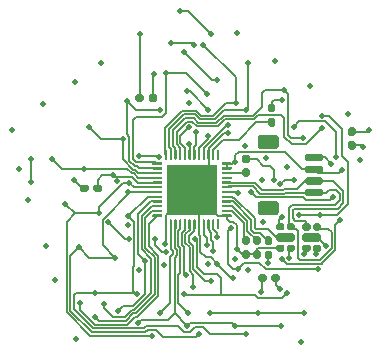
<source format=gbr>
%TF.GenerationSoftware,KiCad,Pcbnew,(5.1.9-0-10_14)*%
%TF.CreationDate,2021-12-14T09:11:42-05:00*%
%TF.ProjectId,dodecahedron_n4,646f6465-6361-4686-9564-726f6e5f6e34,rev?*%
%TF.SameCoordinates,Original*%
%TF.FileFunction,Copper,L4,Bot*%
%TF.FilePolarity,Positive*%
%FSLAX46Y46*%
G04 Gerber Fmt 4.6, Leading zero omitted, Abs format (unit mm)*
G04 Created by KiCad (PCBNEW (5.1.9-0-10_14)) date 2021-12-14 09:11:42*
%MOMM*%
%LPD*%
G01*
G04 APERTURE LIST*
%TA.AperFunction,SMDPad,CuDef*%
%ADD10R,4.200000X4.200000*%
%TD*%
%TA.AperFunction,ViaPad*%
%ADD11C,0.508000*%
%TD*%
%TA.AperFunction,Conductor*%
%ADD12C,0.152400*%
%TD*%
G04 APERTURE END LIST*
%TO.P,U5,5*%
%TO.N,ADDR2*%
%TA.AperFunction,SMDPad,CuDef*%
G36*
G01*
X91198800Y-55215200D02*
X91198800Y-54865200D01*
G75*
G02*
X91373800Y-54690200I175000J0D01*
G01*
X92623800Y-54690200D01*
G75*
G02*
X92798800Y-54865200I0J-175000D01*
G01*
X92798800Y-55215200D01*
G75*
G02*
X92623800Y-55390200I-175000J0D01*
G01*
X91373800Y-55390200D01*
G75*
G02*
X91198800Y-55215200I0J175000D01*
G01*
G37*
%TD.AperFunction*%
%TO.P,U5,4*%
%TO.N,SCL*%
%TA.AperFunction,SMDPad,CuDef*%
G36*
G01*
X92098800Y-54290200D02*
X92098800Y-53990200D01*
G75*
G02*
X92248800Y-53840200I150000J0D01*
G01*
X92648800Y-53840200D01*
G75*
G02*
X92798800Y-53990200I0J-150000D01*
G01*
X92798800Y-54290200D01*
G75*
G02*
X92648800Y-54440200I-150000J0D01*
G01*
X92248800Y-54440200D01*
G75*
G02*
X92098800Y-54290200I0J150000D01*
G01*
G37*
%TD.AperFunction*%
%TO.P,U5,3*%
%TO.N,SDA*%
%TA.AperFunction,SMDPad,CuDef*%
G36*
G01*
X91198800Y-54290200D02*
X91198800Y-53990200D01*
G75*
G02*
X91348800Y-53840200I150000J0D01*
G01*
X91748800Y-53840200D01*
G75*
G02*
X91898800Y-53990200I0J-150000D01*
G01*
X91898800Y-54290200D01*
G75*
G02*
X91748800Y-54440200I-150000J0D01*
G01*
X91348800Y-54440200D01*
G75*
G02*
X91198800Y-54290200I0J150000D01*
G01*
G37*
%TD.AperFunction*%
%TO.P,U5,2*%
%TO.N,VCC*%
%TA.AperFunction,SMDPad,CuDef*%
G36*
G01*
X92098800Y-56090200D02*
X92098800Y-55790200D01*
G75*
G02*
X92248800Y-55640200I150000J0D01*
G01*
X92648800Y-55640200D01*
G75*
G02*
X92798800Y-55790200I0J-150000D01*
G01*
X92798800Y-56090200D01*
G75*
G02*
X92648800Y-56240200I-150000J0D01*
G01*
X92248800Y-56240200D01*
G75*
G02*
X92098800Y-56090200I0J150000D01*
G01*
G37*
%TD.AperFunction*%
%TO.P,U5,1*%
%TO.N,GND*%
%TA.AperFunction,SMDPad,CuDef*%
G36*
G01*
X91198800Y-56090200D02*
X91198800Y-55790200D01*
G75*
G02*
X91348800Y-55640200I150000J0D01*
G01*
X91748800Y-55640200D01*
G75*
G02*
X91898800Y-55790200I0J-150000D01*
G01*
X91898800Y-56090200D01*
G75*
G02*
X91748800Y-56240200I-150000J0D01*
G01*
X91348800Y-56240200D01*
G75*
G02*
X91198800Y-56090200I0J150000D01*
G01*
G37*
%TD.AperFunction*%
%TD*%
%TO.P,R2,2*%
%TO.N,Net-(R2-Pad2)*%
%TA.AperFunction,SMDPad,CuDef*%
G36*
G01*
X90711000Y-55665400D02*
X90391000Y-55665400D01*
G75*
G02*
X90231000Y-55505400I0J160000D01*
G01*
X90231000Y-55110400D01*
G75*
G02*
X90391000Y-54950400I160000J0D01*
G01*
X90711000Y-54950400D01*
G75*
G02*
X90871000Y-55110400I0J-160000D01*
G01*
X90871000Y-55505400D01*
G75*
G02*
X90711000Y-55665400I-160000J0D01*
G01*
G37*
%TD.AperFunction*%
%TO.P,R2,1*%
%TO.N,VCC*%
%TA.AperFunction,SMDPad,CuDef*%
G36*
G01*
X90711000Y-56860400D02*
X90391000Y-56860400D01*
G75*
G02*
X90231000Y-56700400I0J160000D01*
G01*
X90231000Y-56305400D01*
G75*
G02*
X90391000Y-56145400I160000J0D01*
G01*
X90711000Y-56145400D01*
G75*
G02*
X90871000Y-56305400I0J-160000D01*
G01*
X90871000Y-56700400D01*
G75*
G02*
X90711000Y-56860400I-160000J0D01*
G01*
G37*
%TD.AperFunction*%
%TD*%
%TO.P,U4,5*%
%TO.N,ADDR1*%
%TA.AperFunction,SMDPad,CuDef*%
G36*
G01*
X93408600Y-55227900D02*
X93408600Y-54877900D01*
G75*
G02*
X93583600Y-54702900I175000J0D01*
G01*
X94833600Y-54702900D01*
G75*
G02*
X95008600Y-54877900I0J-175000D01*
G01*
X95008600Y-55227900D01*
G75*
G02*
X94833600Y-55402900I-175000J0D01*
G01*
X93583600Y-55402900D01*
G75*
G02*
X93408600Y-55227900I0J175000D01*
G01*
G37*
%TD.AperFunction*%
%TO.P,U4,4*%
%TO.N,SCL*%
%TA.AperFunction,SMDPad,CuDef*%
G36*
G01*
X94308600Y-54302900D02*
X94308600Y-54002900D01*
G75*
G02*
X94458600Y-53852900I150000J0D01*
G01*
X94858600Y-53852900D01*
G75*
G02*
X95008600Y-54002900I0J-150000D01*
G01*
X95008600Y-54302900D01*
G75*
G02*
X94858600Y-54452900I-150000J0D01*
G01*
X94458600Y-54452900D01*
G75*
G02*
X94308600Y-54302900I0J150000D01*
G01*
G37*
%TD.AperFunction*%
%TO.P,U4,3*%
%TO.N,SDA*%
%TA.AperFunction,SMDPad,CuDef*%
G36*
G01*
X93408600Y-54302900D02*
X93408600Y-54002900D01*
G75*
G02*
X93558600Y-53852900I150000J0D01*
G01*
X93958600Y-53852900D01*
G75*
G02*
X94108600Y-54002900I0J-150000D01*
G01*
X94108600Y-54302900D01*
G75*
G02*
X93958600Y-54452900I-150000J0D01*
G01*
X93558600Y-54452900D01*
G75*
G02*
X93408600Y-54302900I0J150000D01*
G01*
G37*
%TD.AperFunction*%
%TO.P,U4,2*%
%TO.N,VCC*%
%TA.AperFunction,SMDPad,CuDef*%
G36*
G01*
X94308600Y-56102900D02*
X94308600Y-55802900D01*
G75*
G02*
X94458600Y-55652900I150000J0D01*
G01*
X94858600Y-55652900D01*
G75*
G02*
X95008600Y-55802900I0J-150000D01*
G01*
X95008600Y-56102900D01*
G75*
G02*
X94858600Y-56252900I-150000J0D01*
G01*
X94458600Y-56252900D01*
G75*
G02*
X94308600Y-56102900I0J150000D01*
G01*
G37*
%TD.AperFunction*%
%TO.P,U4,1*%
%TO.N,GND*%
%TA.AperFunction,SMDPad,CuDef*%
G36*
G01*
X93408600Y-56102900D02*
X93408600Y-55802900D01*
G75*
G02*
X93558600Y-55652900I150000J0D01*
G01*
X93958600Y-55652900D01*
G75*
G02*
X94108600Y-55802900I0J-150000D01*
G01*
X94108600Y-56102900D01*
G75*
G02*
X93958600Y-56252900I-150000J0D01*
G01*
X93558600Y-56252900D01*
G75*
G02*
X93408600Y-56102900I0J150000D01*
G01*
G37*
%TD.AperFunction*%
%TD*%
D10*
%TO.P,U1,49*%
%TO.N,GND*%
X84074000Y-50990500D03*
%TO.P,U1,48*%
%TA.AperFunction,SMDPad,CuDef*%
G36*
G01*
X87399000Y-53290500D02*
X86649000Y-53290500D01*
G75*
G02*
X86599000Y-53240500I0J50000D01*
G01*
X86599000Y-53140500D01*
G75*
G02*
X86649000Y-53090500I50000J0D01*
G01*
X87399000Y-53090500D01*
G75*
G02*
X87449000Y-53140500I0J-50000D01*
G01*
X87449000Y-53240500D01*
G75*
G02*
X87399000Y-53290500I-50000J0D01*
G01*
G37*
%TD.AperFunction*%
%TO.P,U1,47*%
%TO.N,Net-(R4-Pad2)*%
%TA.AperFunction,SMDPad,CuDef*%
G36*
G01*
X87399000Y-52890500D02*
X86649000Y-52890500D01*
G75*
G02*
X86599000Y-52840500I0J50000D01*
G01*
X86599000Y-52740500D01*
G75*
G02*
X86649000Y-52690500I50000J0D01*
G01*
X87399000Y-52690500D01*
G75*
G02*
X87449000Y-52740500I0J-50000D01*
G01*
X87449000Y-52840500D01*
G75*
G02*
X87399000Y-52890500I-50000J0D01*
G01*
G37*
%TD.AperFunction*%
%TO.P,U1,46*%
%TO.N,Net-(R5-Pad2)*%
%TA.AperFunction,SMDPad,CuDef*%
G36*
G01*
X87399000Y-52490500D02*
X86649000Y-52490500D01*
G75*
G02*
X86599000Y-52440500I0J50000D01*
G01*
X86599000Y-52340500D01*
G75*
G02*
X86649000Y-52290500I50000J0D01*
G01*
X87399000Y-52290500D01*
G75*
G02*
X87449000Y-52340500I0J-50000D01*
G01*
X87449000Y-52440500D01*
G75*
G02*
X87399000Y-52490500I-50000J0D01*
G01*
G37*
%TD.AperFunction*%
%TO.P,U1,45*%
%TO.N,Net-(R2-Pad2)*%
%TA.AperFunction,SMDPad,CuDef*%
G36*
G01*
X87399000Y-52090500D02*
X86649000Y-52090500D01*
G75*
G02*
X86599000Y-52040500I0J50000D01*
G01*
X86599000Y-51940500D01*
G75*
G02*
X86649000Y-51890500I50000J0D01*
G01*
X87399000Y-51890500D01*
G75*
G02*
X87449000Y-51940500I0J-50000D01*
G01*
X87449000Y-52040500D01*
G75*
G02*
X87399000Y-52090500I-50000J0D01*
G01*
G37*
%TD.AperFunction*%
%TO.P,U1,44*%
%TO.N,ADDR2*%
%TA.AperFunction,SMDPad,CuDef*%
G36*
G01*
X87399000Y-51690500D02*
X86649000Y-51690500D01*
G75*
G02*
X86599000Y-51640500I0J50000D01*
G01*
X86599000Y-51540500D01*
G75*
G02*
X86649000Y-51490500I50000J0D01*
G01*
X87399000Y-51490500D01*
G75*
G02*
X87449000Y-51540500I0J-50000D01*
G01*
X87449000Y-51640500D01*
G75*
G02*
X87399000Y-51690500I-50000J0D01*
G01*
G37*
%TD.AperFunction*%
%TO.P,U1,43*%
%TO.N,ADDR1*%
%TA.AperFunction,SMDPad,CuDef*%
G36*
G01*
X87399000Y-51290500D02*
X86649000Y-51290500D01*
G75*
G02*
X86599000Y-51240500I0J50000D01*
G01*
X86599000Y-51140500D01*
G75*
G02*
X86649000Y-51090500I50000J0D01*
G01*
X87399000Y-51090500D01*
G75*
G02*
X87449000Y-51140500I0J-50000D01*
G01*
X87449000Y-51240500D01*
G75*
G02*
X87399000Y-51290500I-50000J0D01*
G01*
G37*
%TD.AperFunction*%
%TO.P,U1,42*%
%TO.N,SCL*%
%TA.AperFunction,SMDPad,CuDef*%
G36*
G01*
X87399000Y-50890500D02*
X86649000Y-50890500D01*
G75*
G02*
X86599000Y-50840500I0J50000D01*
G01*
X86599000Y-50740500D01*
G75*
G02*
X86649000Y-50690500I50000J0D01*
G01*
X87399000Y-50690500D01*
G75*
G02*
X87449000Y-50740500I0J-50000D01*
G01*
X87449000Y-50840500D01*
G75*
G02*
X87399000Y-50890500I-50000J0D01*
G01*
G37*
%TD.AperFunction*%
%TO.P,U1,41*%
%TO.N,SDA*%
%TA.AperFunction,SMDPad,CuDef*%
G36*
G01*
X87399000Y-50490500D02*
X86649000Y-50490500D01*
G75*
G02*
X86599000Y-50440500I0J50000D01*
G01*
X86599000Y-50340500D01*
G75*
G02*
X86649000Y-50290500I50000J0D01*
G01*
X87399000Y-50290500D01*
G75*
G02*
X87449000Y-50340500I0J-50000D01*
G01*
X87449000Y-50440500D01*
G75*
G02*
X87399000Y-50490500I-50000J0D01*
G01*
G37*
%TD.AperFunction*%
%TO.P,U1,40*%
%TO.N,Net-(U1-Pad40)*%
%TA.AperFunction,SMDPad,CuDef*%
G36*
G01*
X87399000Y-50090500D02*
X86649000Y-50090500D01*
G75*
G02*
X86599000Y-50040500I0J50000D01*
G01*
X86599000Y-49940500D01*
G75*
G02*
X86649000Y-49890500I50000J0D01*
G01*
X87399000Y-49890500D01*
G75*
G02*
X87449000Y-49940500I0J-50000D01*
G01*
X87449000Y-50040500D01*
G75*
G02*
X87399000Y-50090500I-50000J0D01*
G01*
G37*
%TD.AperFunction*%
%TO.P,U1,39*%
%TO.N,Net-(C1-Pad2)*%
%TA.AperFunction,SMDPad,CuDef*%
G36*
G01*
X87399000Y-49690500D02*
X86649000Y-49690500D01*
G75*
G02*
X86599000Y-49640500I0J50000D01*
G01*
X86599000Y-49540500D01*
G75*
G02*
X86649000Y-49490500I50000J0D01*
G01*
X87399000Y-49490500D01*
G75*
G02*
X87449000Y-49540500I0J-50000D01*
G01*
X87449000Y-49640500D01*
G75*
G02*
X87399000Y-49690500I-50000J0D01*
G01*
G37*
%TD.AperFunction*%
%TO.P,U1,38*%
%TO.N,VCC*%
%TA.AperFunction,SMDPad,CuDef*%
G36*
G01*
X87399000Y-49290500D02*
X86649000Y-49290500D01*
G75*
G02*
X86599000Y-49240500I0J50000D01*
G01*
X86599000Y-49140500D01*
G75*
G02*
X86649000Y-49090500I50000J0D01*
G01*
X87399000Y-49090500D01*
G75*
G02*
X87449000Y-49140500I0J-50000D01*
G01*
X87449000Y-49240500D01*
G75*
G02*
X87399000Y-49290500I-50000J0D01*
G01*
G37*
%TD.AperFunction*%
%TO.P,U1,37*%
%TA.AperFunction,SMDPad,CuDef*%
G36*
G01*
X87399000Y-48890500D02*
X86649000Y-48890500D01*
G75*
G02*
X86599000Y-48840500I0J50000D01*
G01*
X86599000Y-48740500D01*
G75*
G02*
X86649000Y-48690500I50000J0D01*
G01*
X87399000Y-48690500D01*
G75*
G02*
X87449000Y-48740500I0J-50000D01*
G01*
X87449000Y-48840500D01*
G75*
G02*
X87399000Y-48890500I-50000J0D01*
G01*
G37*
%TD.AperFunction*%
%TO.P,U1,36*%
%TO.N,Net-(U1-Pad36)*%
%TA.AperFunction,SMDPad,CuDef*%
G36*
G01*
X86324000Y-48465500D02*
X86224000Y-48465500D01*
G75*
G02*
X86174000Y-48415500I0J50000D01*
G01*
X86174000Y-47665500D01*
G75*
G02*
X86224000Y-47615500I50000J0D01*
G01*
X86324000Y-47615500D01*
G75*
G02*
X86374000Y-47665500I0J-50000D01*
G01*
X86374000Y-48415500D01*
G75*
G02*
X86324000Y-48465500I-50000J0D01*
G01*
G37*
%TD.AperFunction*%
%TO.P,U1,35*%
%TO.N,Net-(R1-Pad2)*%
%TA.AperFunction,SMDPad,CuDef*%
G36*
G01*
X85924000Y-48465500D02*
X85824000Y-48465500D01*
G75*
G02*
X85774000Y-48415500I0J50000D01*
G01*
X85774000Y-47665500D01*
G75*
G02*
X85824000Y-47615500I50000J0D01*
G01*
X85924000Y-47615500D01*
G75*
G02*
X85974000Y-47665500I0J-50000D01*
G01*
X85974000Y-48415500D01*
G75*
G02*
X85924000Y-48465500I-50000J0D01*
G01*
G37*
%TD.AperFunction*%
%TO.P,U1,34*%
%TO.N,GND*%
%TA.AperFunction,SMDPad,CuDef*%
G36*
G01*
X85524000Y-48465500D02*
X85424000Y-48465500D01*
G75*
G02*
X85374000Y-48415500I0J50000D01*
G01*
X85374000Y-47665500D01*
G75*
G02*
X85424000Y-47615500I50000J0D01*
G01*
X85524000Y-47615500D01*
G75*
G02*
X85574000Y-47665500I0J-50000D01*
G01*
X85574000Y-48415500D01*
G75*
G02*
X85524000Y-48465500I-50000J0D01*
G01*
G37*
%TD.AperFunction*%
%TO.P,U1,33*%
%TO.N,/CS16*%
%TA.AperFunction,SMDPad,CuDef*%
G36*
G01*
X85124000Y-48465500D02*
X85024000Y-48465500D01*
G75*
G02*
X84974000Y-48415500I0J50000D01*
G01*
X84974000Y-47665500D01*
G75*
G02*
X85024000Y-47615500I50000J0D01*
G01*
X85124000Y-47615500D01*
G75*
G02*
X85174000Y-47665500I0J-50000D01*
G01*
X85174000Y-48415500D01*
G75*
G02*
X85124000Y-48465500I-50000J0D01*
G01*
G37*
%TD.AperFunction*%
%TO.P,U1,32*%
%TO.N,/CS15*%
%TA.AperFunction,SMDPad,CuDef*%
G36*
G01*
X84724000Y-48465500D02*
X84624000Y-48465500D01*
G75*
G02*
X84574000Y-48415500I0J50000D01*
G01*
X84574000Y-47665500D01*
G75*
G02*
X84624000Y-47615500I50000J0D01*
G01*
X84724000Y-47615500D01*
G75*
G02*
X84774000Y-47665500I0J-50000D01*
G01*
X84774000Y-48415500D01*
G75*
G02*
X84724000Y-48465500I-50000J0D01*
G01*
G37*
%TD.AperFunction*%
%TO.P,U1,31*%
%TO.N,/CS14*%
%TA.AperFunction,SMDPad,CuDef*%
G36*
G01*
X84324000Y-48465500D02*
X84224000Y-48465500D01*
G75*
G02*
X84174000Y-48415500I0J50000D01*
G01*
X84174000Y-47665500D01*
G75*
G02*
X84224000Y-47615500I50000J0D01*
G01*
X84324000Y-47615500D01*
G75*
G02*
X84374000Y-47665500I0J-50000D01*
G01*
X84374000Y-48415500D01*
G75*
G02*
X84324000Y-48465500I-50000J0D01*
G01*
G37*
%TD.AperFunction*%
%TO.P,U1,30*%
%TO.N,/CS13*%
%TA.AperFunction,SMDPad,CuDef*%
G36*
G01*
X83924000Y-48465500D02*
X83824000Y-48465500D01*
G75*
G02*
X83774000Y-48415500I0J50000D01*
G01*
X83774000Y-47665500D01*
G75*
G02*
X83824000Y-47615500I50000J0D01*
G01*
X83924000Y-47615500D01*
G75*
G02*
X83974000Y-47665500I0J-50000D01*
G01*
X83974000Y-48415500D01*
G75*
G02*
X83924000Y-48465500I-50000J0D01*
G01*
G37*
%TD.AperFunction*%
%TO.P,U1,29*%
%TO.N,VCC*%
%TA.AperFunction,SMDPad,CuDef*%
G36*
G01*
X83524000Y-48465500D02*
X83424000Y-48465500D01*
G75*
G02*
X83374000Y-48415500I0J50000D01*
G01*
X83374000Y-47665500D01*
G75*
G02*
X83424000Y-47615500I50000J0D01*
G01*
X83524000Y-47615500D01*
G75*
G02*
X83574000Y-47665500I0J-50000D01*
G01*
X83574000Y-48415500D01*
G75*
G02*
X83524000Y-48465500I-50000J0D01*
G01*
G37*
%TD.AperFunction*%
%TO.P,U1,28*%
%TO.N,/CS12*%
%TA.AperFunction,SMDPad,CuDef*%
G36*
G01*
X83124000Y-48465500D02*
X83024000Y-48465500D01*
G75*
G02*
X82974000Y-48415500I0J50000D01*
G01*
X82974000Y-47665500D01*
G75*
G02*
X83024000Y-47615500I50000J0D01*
G01*
X83124000Y-47615500D01*
G75*
G02*
X83174000Y-47665500I0J-50000D01*
G01*
X83174000Y-48415500D01*
G75*
G02*
X83124000Y-48465500I-50000J0D01*
G01*
G37*
%TD.AperFunction*%
%TO.P,U1,27*%
%TO.N,/CS11*%
%TA.AperFunction,SMDPad,CuDef*%
G36*
G01*
X82724000Y-48465500D02*
X82624000Y-48465500D01*
G75*
G02*
X82574000Y-48415500I0J50000D01*
G01*
X82574000Y-47665500D01*
G75*
G02*
X82624000Y-47615500I50000J0D01*
G01*
X82724000Y-47615500D01*
G75*
G02*
X82774000Y-47665500I0J-50000D01*
G01*
X82774000Y-48415500D01*
G75*
G02*
X82724000Y-48465500I-50000J0D01*
G01*
G37*
%TD.AperFunction*%
%TO.P,U1,26*%
%TO.N,/CS10*%
%TA.AperFunction,SMDPad,CuDef*%
G36*
G01*
X82324000Y-48465500D02*
X82224000Y-48465500D01*
G75*
G02*
X82174000Y-48415500I0J50000D01*
G01*
X82174000Y-47665500D01*
G75*
G02*
X82224000Y-47615500I50000J0D01*
G01*
X82324000Y-47615500D01*
G75*
G02*
X82374000Y-47665500I0J-50000D01*
G01*
X82374000Y-48415500D01*
G75*
G02*
X82324000Y-48465500I-50000J0D01*
G01*
G37*
%TD.AperFunction*%
%TO.P,U1,25*%
%TO.N,/CS9*%
%TA.AperFunction,SMDPad,CuDef*%
G36*
G01*
X81924000Y-48465500D02*
X81824000Y-48465500D01*
G75*
G02*
X81774000Y-48415500I0J50000D01*
G01*
X81774000Y-47665500D01*
G75*
G02*
X81824000Y-47615500I50000J0D01*
G01*
X81924000Y-47615500D01*
G75*
G02*
X81974000Y-47665500I0J-50000D01*
G01*
X81974000Y-48415500D01*
G75*
G02*
X81924000Y-48465500I-50000J0D01*
G01*
G37*
%TD.AperFunction*%
%TO.P,U1,24*%
%TO.N,/CS8*%
%TA.AperFunction,SMDPad,CuDef*%
G36*
G01*
X81499000Y-48890500D02*
X80749000Y-48890500D01*
G75*
G02*
X80699000Y-48840500I0J50000D01*
G01*
X80699000Y-48740500D01*
G75*
G02*
X80749000Y-48690500I50000J0D01*
G01*
X81499000Y-48690500D01*
G75*
G02*
X81549000Y-48740500I0J-50000D01*
G01*
X81549000Y-48840500D01*
G75*
G02*
X81499000Y-48890500I-50000J0D01*
G01*
G37*
%TD.AperFunction*%
%TO.P,U1,23*%
%TO.N,/CS7*%
%TA.AperFunction,SMDPad,CuDef*%
G36*
G01*
X81499000Y-49290500D02*
X80749000Y-49290500D01*
G75*
G02*
X80699000Y-49240500I0J50000D01*
G01*
X80699000Y-49140500D01*
G75*
G02*
X80749000Y-49090500I50000J0D01*
G01*
X81499000Y-49090500D01*
G75*
G02*
X81549000Y-49140500I0J-50000D01*
G01*
X81549000Y-49240500D01*
G75*
G02*
X81499000Y-49290500I-50000J0D01*
G01*
G37*
%TD.AperFunction*%
%TO.P,U1,22*%
%TO.N,/CS6*%
%TA.AperFunction,SMDPad,CuDef*%
G36*
G01*
X81499000Y-49690500D02*
X80749000Y-49690500D01*
G75*
G02*
X80699000Y-49640500I0J50000D01*
G01*
X80699000Y-49540500D01*
G75*
G02*
X80749000Y-49490500I50000J0D01*
G01*
X81499000Y-49490500D01*
G75*
G02*
X81549000Y-49540500I0J-50000D01*
G01*
X81549000Y-49640500D01*
G75*
G02*
X81499000Y-49690500I-50000J0D01*
G01*
G37*
%TD.AperFunction*%
%TO.P,U1,21*%
%TO.N,/CS5*%
%TA.AperFunction,SMDPad,CuDef*%
G36*
G01*
X81499000Y-50090500D02*
X80749000Y-50090500D01*
G75*
G02*
X80699000Y-50040500I0J50000D01*
G01*
X80699000Y-49940500D01*
G75*
G02*
X80749000Y-49890500I50000J0D01*
G01*
X81499000Y-49890500D01*
G75*
G02*
X81549000Y-49940500I0J-50000D01*
G01*
X81549000Y-50040500D01*
G75*
G02*
X81499000Y-50090500I-50000J0D01*
G01*
G37*
%TD.AperFunction*%
%TO.P,U1,20*%
%TO.N,VCC*%
%TA.AperFunction,SMDPad,CuDef*%
G36*
G01*
X81499000Y-50490500D02*
X80749000Y-50490500D01*
G75*
G02*
X80699000Y-50440500I0J50000D01*
G01*
X80699000Y-50340500D01*
G75*
G02*
X80749000Y-50290500I50000J0D01*
G01*
X81499000Y-50290500D01*
G75*
G02*
X81549000Y-50340500I0J-50000D01*
G01*
X81549000Y-50440500D01*
G75*
G02*
X81499000Y-50490500I-50000J0D01*
G01*
G37*
%TD.AperFunction*%
%TO.P,U1,19*%
%TO.N,/CS4*%
%TA.AperFunction,SMDPad,CuDef*%
G36*
G01*
X81499000Y-50890500D02*
X80749000Y-50890500D01*
G75*
G02*
X80699000Y-50840500I0J50000D01*
G01*
X80699000Y-50740500D01*
G75*
G02*
X80749000Y-50690500I50000J0D01*
G01*
X81499000Y-50690500D01*
G75*
G02*
X81549000Y-50740500I0J-50000D01*
G01*
X81549000Y-50840500D01*
G75*
G02*
X81499000Y-50890500I-50000J0D01*
G01*
G37*
%TD.AperFunction*%
%TO.P,U1,18*%
%TO.N,/CS3*%
%TA.AperFunction,SMDPad,CuDef*%
G36*
G01*
X81499000Y-51290500D02*
X80749000Y-51290500D01*
G75*
G02*
X80699000Y-51240500I0J50000D01*
G01*
X80699000Y-51140500D01*
G75*
G02*
X80749000Y-51090500I50000J0D01*
G01*
X81499000Y-51090500D01*
G75*
G02*
X81549000Y-51140500I0J-50000D01*
G01*
X81549000Y-51240500D01*
G75*
G02*
X81499000Y-51290500I-50000J0D01*
G01*
G37*
%TD.AperFunction*%
%TO.P,U1,17*%
%TO.N,/CS2*%
%TA.AperFunction,SMDPad,CuDef*%
G36*
G01*
X81499000Y-51690500D02*
X80749000Y-51690500D01*
G75*
G02*
X80699000Y-51640500I0J50000D01*
G01*
X80699000Y-51540500D01*
G75*
G02*
X80749000Y-51490500I50000J0D01*
G01*
X81499000Y-51490500D01*
G75*
G02*
X81549000Y-51540500I0J-50000D01*
G01*
X81549000Y-51640500D01*
G75*
G02*
X81499000Y-51690500I-50000J0D01*
G01*
G37*
%TD.AperFunction*%
%TO.P,U1,16*%
%TO.N,/CS1*%
%TA.AperFunction,SMDPad,CuDef*%
G36*
G01*
X81499000Y-52090500D02*
X80749000Y-52090500D01*
G75*
G02*
X80699000Y-52040500I0J50000D01*
G01*
X80699000Y-51940500D01*
G75*
G02*
X80749000Y-51890500I50000J0D01*
G01*
X81499000Y-51890500D01*
G75*
G02*
X81549000Y-51940500I0J-50000D01*
G01*
X81549000Y-52040500D01*
G75*
G02*
X81499000Y-52090500I-50000J0D01*
G01*
G37*
%TD.AperFunction*%
%TO.P,U1,15*%
%TO.N,SW12*%
%TA.AperFunction,SMDPad,CuDef*%
G36*
G01*
X81499000Y-52490500D02*
X80749000Y-52490500D01*
G75*
G02*
X80699000Y-52440500I0J50000D01*
G01*
X80699000Y-52340500D01*
G75*
G02*
X80749000Y-52290500I50000J0D01*
G01*
X81499000Y-52290500D01*
G75*
G02*
X81549000Y-52340500I0J-50000D01*
G01*
X81549000Y-52440500D01*
G75*
G02*
X81499000Y-52490500I-50000J0D01*
G01*
G37*
%TD.AperFunction*%
%TO.P,U1,14*%
%TO.N,SW11*%
%TA.AperFunction,SMDPad,CuDef*%
G36*
G01*
X81499000Y-52890500D02*
X80749000Y-52890500D01*
G75*
G02*
X80699000Y-52840500I0J50000D01*
G01*
X80699000Y-52740500D01*
G75*
G02*
X80749000Y-52690500I50000J0D01*
G01*
X81499000Y-52690500D01*
G75*
G02*
X81549000Y-52740500I0J-50000D01*
G01*
X81549000Y-52840500D01*
G75*
G02*
X81499000Y-52890500I-50000J0D01*
G01*
G37*
%TD.AperFunction*%
%TO.P,U1,13*%
%TO.N,SW10*%
%TA.AperFunction,SMDPad,CuDef*%
G36*
G01*
X81499000Y-53290500D02*
X80749000Y-53290500D01*
G75*
G02*
X80699000Y-53240500I0J50000D01*
G01*
X80699000Y-53140500D01*
G75*
G02*
X80749000Y-53090500I50000J0D01*
G01*
X81499000Y-53090500D01*
G75*
G02*
X81549000Y-53140500I0J-50000D01*
G01*
X81549000Y-53240500D01*
G75*
G02*
X81499000Y-53290500I-50000J0D01*
G01*
G37*
%TD.AperFunction*%
%TO.P,U1,12*%
%TO.N,GND*%
%TA.AperFunction,SMDPad,CuDef*%
G36*
G01*
X81924000Y-54365500D02*
X81824000Y-54365500D01*
G75*
G02*
X81774000Y-54315500I0J50000D01*
G01*
X81774000Y-53565500D01*
G75*
G02*
X81824000Y-53515500I50000J0D01*
G01*
X81924000Y-53515500D01*
G75*
G02*
X81974000Y-53565500I0J-50000D01*
G01*
X81974000Y-54315500D01*
G75*
G02*
X81924000Y-54365500I-50000J0D01*
G01*
G37*
%TD.AperFunction*%
%TO.P,U1,11*%
%TO.N,SW9*%
%TA.AperFunction,SMDPad,CuDef*%
G36*
G01*
X82324000Y-54365500D02*
X82224000Y-54365500D01*
G75*
G02*
X82174000Y-54315500I0J50000D01*
G01*
X82174000Y-53565500D01*
G75*
G02*
X82224000Y-53515500I50000J0D01*
G01*
X82324000Y-53515500D01*
G75*
G02*
X82374000Y-53565500I0J-50000D01*
G01*
X82374000Y-54315500D01*
G75*
G02*
X82324000Y-54365500I-50000J0D01*
G01*
G37*
%TD.AperFunction*%
%TO.P,U1,10*%
%TO.N,SW8*%
%TA.AperFunction,SMDPad,CuDef*%
G36*
G01*
X82724000Y-54365500D02*
X82624000Y-54365500D01*
G75*
G02*
X82574000Y-54315500I0J50000D01*
G01*
X82574000Y-53565500D01*
G75*
G02*
X82624000Y-53515500I50000J0D01*
G01*
X82724000Y-53515500D01*
G75*
G02*
X82774000Y-53565500I0J-50000D01*
G01*
X82774000Y-54315500D01*
G75*
G02*
X82724000Y-54365500I-50000J0D01*
G01*
G37*
%TD.AperFunction*%
%TO.P,U1,9*%
%TO.N,SW7*%
%TA.AperFunction,SMDPad,CuDef*%
G36*
G01*
X83124000Y-54365500D02*
X83024000Y-54365500D01*
G75*
G02*
X82974000Y-54315500I0J50000D01*
G01*
X82974000Y-53565500D01*
G75*
G02*
X83024000Y-53515500I50000J0D01*
G01*
X83124000Y-53515500D01*
G75*
G02*
X83174000Y-53565500I0J-50000D01*
G01*
X83174000Y-54315500D01*
G75*
G02*
X83124000Y-54365500I-50000J0D01*
G01*
G37*
%TD.AperFunction*%
%TO.P,U1,8*%
%TO.N,SW6*%
%TA.AperFunction,SMDPad,CuDef*%
G36*
G01*
X83524000Y-54365500D02*
X83424000Y-54365500D01*
G75*
G02*
X83374000Y-54315500I0J50000D01*
G01*
X83374000Y-53565500D01*
G75*
G02*
X83424000Y-53515500I50000J0D01*
G01*
X83524000Y-53515500D01*
G75*
G02*
X83574000Y-53565500I0J-50000D01*
G01*
X83574000Y-54315500D01*
G75*
G02*
X83524000Y-54365500I-50000J0D01*
G01*
G37*
%TD.AperFunction*%
%TO.P,U1,7*%
%TO.N,SW5*%
%TA.AperFunction,SMDPad,CuDef*%
G36*
G01*
X83924000Y-54365500D02*
X83824000Y-54365500D01*
G75*
G02*
X83774000Y-54315500I0J50000D01*
G01*
X83774000Y-53565500D01*
G75*
G02*
X83824000Y-53515500I50000J0D01*
G01*
X83924000Y-53515500D01*
G75*
G02*
X83974000Y-53565500I0J-50000D01*
G01*
X83974000Y-54315500D01*
G75*
G02*
X83924000Y-54365500I-50000J0D01*
G01*
G37*
%TD.AperFunction*%
%TO.P,U1,6*%
%TO.N,SW4*%
%TA.AperFunction,SMDPad,CuDef*%
G36*
G01*
X84324000Y-54365500D02*
X84224000Y-54365500D01*
G75*
G02*
X84174000Y-54315500I0J50000D01*
G01*
X84174000Y-53565500D01*
G75*
G02*
X84224000Y-53515500I50000J0D01*
G01*
X84324000Y-53515500D01*
G75*
G02*
X84374000Y-53565500I0J-50000D01*
G01*
X84374000Y-54315500D01*
G75*
G02*
X84324000Y-54365500I-50000J0D01*
G01*
G37*
%TD.AperFunction*%
%TO.P,U1,5*%
%TO.N,GND*%
%TA.AperFunction,SMDPad,CuDef*%
G36*
G01*
X84724000Y-54365500D02*
X84624000Y-54365500D01*
G75*
G02*
X84574000Y-54315500I0J50000D01*
G01*
X84574000Y-53565500D01*
G75*
G02*
X84624000Y-53515500I50000J0D01*
G01*
X84724000Y-53515500D01*
G75*
G02*
X84774000Y-53565500I0J-50000D01*
G01*
X84774000Y-54315500D01*
G75*
G02*
X84724000Y-54365500I-50000J0D01*
G01*
G37*
%TD.AperFunction*%
%TO.P,U1,4*%
%TO.N,SW3*%
%TA.AperFunction,SMDPad,CuDef*%
G36*
G01*
X85124000Y-54365500D02*
X85024000Y-54365500D01*
G75*
G02*
X84974000Y-54315500I0J50000D01*
G01*
X84974000Y-53565500D01*
G75*
G02*
X85024000Y-53515500I50000J0D01*
G01*
X85124000Y-53515500D01*
G75*
G02*
X85174000Y-53565500I0J-50000D01*
G01*
X85174000Y-54315500D01*
G75*
G02*
X85124000Y-54365500I-50000J0D01*
G01*
G37*
%TD.AperFunction*%
%TO.P,U1,3*%
%TO.N,SW2*%
%TA.AperFunction,SMDPad,CuDef*%
G36*
G01*
X85524000Y-54365500D02*
X85424000Y-54365500D01*
G75*
G02*
X85374000Y-54315500I0J50000D01*
G01*
X85374000Y-53565500D01*
G75*
G02*
X85424000Y-53515500I50000J0D01*
G01*
X85524000Y-53515500D01*
G75*
G02*
X85574000Y-53565500I0J-50000D01*
G01*
X85574000Y-54315500D01*
G75*
G02*
X85524000Y-54365500I-50000J0D01*
G01*
G37*
%TD.AperFunction*%
%TO.P,U1,2*%
%TO.N,SW1*%
%TA.AperFunction,SMDPad,CuDef*%
G36*
G01*
X85924000Y-54365500D02*
X85824000Y-54365500D01*
G75*
G02*
X85774000Y-54315500I0J50000D01*
G01*
X85774000Y-53565500D01*
G75*
G02*
X85824000Y-53515500I50000J0D01*
G01*
X85924000Y-53515500D01*
G75*
G02*
X85974000Y-53565500I0J-50000D01*
G01*
X85974000Y-54315500D01*
G75*
G02*
X85924000Y-54365500I-50000J0D01*
G01*
G37*
%TD.AperFunction*%
%TO.P,U1,1*%
%TO.N,Net-(U1-Pad1)*%
%TA.AperFunction,SMDPad,CuDef*%
G36*
G01*
X86324000Y-54365500D02*
X86224000Y-54365500D01*
G75*
G02*
X86174000Y-54315500I0J50000D01*
G01*
X86174000Y-53565500D01*
G75*
G02*
X86224000Y-53515500I50000J0D01*
G01*
X86324000Y-53515500D01*
G75*
G02*
X86374000Y-53565500I0J-50000D01*
G01*
X86374000Y-54315500D01*
G75*
G02*
X86324000Y-54365500I-50000J0D01*
G01*
G37*
%TD.AperFunction*%
%TD*%
%TO.P,R5,2*%
%TO.N,Net-(R5-Pad2)*%
%TA.AperFunction,SMDPad,CuDef*%
G36*
G01*
X89745800Y-55640000D02*
X89425800Y-55640000D01*
G75*
G02*
X89265800Y-55480000I0J160000D01*
G01*
X89265800Y-55085000D01*
G75*
G02*
X89425800Y-54925000I160000J0D01*
G01*
X89745800Y-54925000D01*
G75*
G02*
X89905800Y-55085000I0J-160000D01*
G01*
X89905800Y-55480000D01*
G75*
G02*
X89745800Y-55640000I-160000J0D01*
G01*
G37*
%TD.AperFunction*%
%TO.P,R5,1*%
%TO.N,GND*%
%TA.AperFunction,SMDPad,CuDef*%
G36*
G01*
X89745800Y-56835000D02*
X89425800Y-56835000D01*
G75*
G02*
X89265800Y-56675000I0J160000D01*
G01*
X89265800Y-56280000D01*
G75*
G02*
X89425800Y-56120000I160000J0D01*
G01*
X89745800Y-56120000D01*
G75*
G02*
X89905800Y-56280000I0J-160000D01*
G01*
X89905800Y-56675000D01*
G75*
G02*
X89745800Y-56835000I-160000J0D01*
G01*
G37*
%TD.AperFunction*%
%TD*%
%TO.P,R4,2*%
%TO.N,Net-(R4-Pad2)*%
%TA.AperFunction,SMDPad,CuDef*%
G36*
G01*
X88793300Y-55640000D02*
X88473300Y-55640000D01*
G75*
G02*
X88313300Y-55480000I0J160000D01*
G01*
X88313300Y-55085000D01*
G75*
G02*
X88473300Y-54925000I160000J0D01*
G01*
X88793300Y-54925000D01*
G75*
G02*
X88953300Y-55085000I0J-160000D01*
G01*
X88953300Y-55480000D01*
G75*
G02*
X88793300Y-55640000I-160000J0D01*
G01*
G37*
%TD.AperFunction*%
%TO.P,R4,1*%
%TO.N,GND*%
%TA.AperFunction,SMDPad,CuDef*%
G36*
G01*
X88793300Y-56835000D02*
X88473300Y-56835000D01*
G75*
G02*
X88313300Y-56675000I0J160000D01*
G01*
X88313300Y-56280000D01*
G75*
G02*
X88473300Y-56120000I160000J0D01*
G01*
X88793300Y-56120000D01*
G75*
G02*
X88953300Y-56280000I0J-160000D01*
G01*
X88953300Y-56675000D01*
G75*
G02*
X88793300Y-56835000I-160000J0D01*
G01*
G37*
%TD.AperFunction*%
%TD*%
%TO.P,R1,2*%
%TO.N,Net-(R1-Pad2)*%
%TA.AperFunction,SMDPad,CuDef*%
G36*
G01*
X90657700Y-44931300D02*
X90977700Y-44931300D01*
G75*
G02*
X91137700Y-45091300I0J-160000D01*
G01*
X91137700Y-45486300D01*
G75*
G02*
X90977700Y-45646300I-160000J0D01*
G01*
X90657700Y-45646300D01*
G75*
G02*
X90497700Y-45486300I0J160000D01*
G01*
X90497700Y-45091300D01*
G75*
G02*
X90657700Y-44931300I160000J0D01*
G01*
G37*
%TD.AperFunction*%
%TO.P,R1,1*%
%TO.N,GND*%
%TA.AperFunction,SMDPad,CuDef*%
G36*
G01*
X90657700Y-43736300D02*
X90977700Y-43736300D01*
G75*
G02*
X91137700Y-43896300I0J-160000D01*
G01*
X91137700Y-44291300D01*
G75*
G02*
X90977700Y-44451300I-160000J0D01*
G01*
X90657700Y-44451300D01*
G75*
G02*
X90497700Y-44291300I0J160000D01*
G01*
X90497700Y-43896300D01*
G75*
G02*
X90657700Y-43736300I160000J0D01*
G01*
G37*
%TD.AperFunction*%
%TD*%
%TO.P,C5,2*%
%TO.N,VCC*%
%TA.AperFunction,SMDPad,CuDef*%
G36*
G01*
X75714200Y-51031200D02*
X75714200Y-50721200D01*
G75*
G02*
X75869200Y-50566200I155000J0D01*
G01*
X76294200Y-50566200D01*
G75*
G02*
X76449200Y-50721200I0J-155000D01*
G01*
X76449200Y-51031200D01*
G75*
G02*
X76294200Y-51186200I-155000J0D01*
G01*
X75869200Y-51186200D01*
G75*
G02*
X75714200Y-51031200I0J155000D01*
G01*
G37*
%TD.AperFunction*%
%TO.P,C5,1*%
%TO.N,GND*%
%TA.AperFunction,SMDPad,CuDef*%
G36*
G01*
X74579200Y-51031200D02*
X74579200Y-50721200D01*
G75*
G02*
X74734200Y-50566200I155000J0D01*
G01*
X75159200Y-50566200D01*
G75*
G02*
X75314200Y-50721200I0J-155000D01*
G01*
X75314200Y-51031200D01*
G75*
G02*
X75159200Y-51186200I-155000J0D01*
G01*
X74734200Y-51186200D01*
G75*
G02*
X74579200Y-51031200I0J155000D01*
G01*
G37*
%TD.AperFunction*%
%TD*%
%TO.P,C4,2*%
%TO.N,VCC*%
%TA.AperFunction,SMDPad,CuDef*%
G36*
G01*
X90801800Y-58625800D02*
X90801800Y-58315800D01*
G75*
G02*
X90956800Y-58160800I155000J0D01*
G01*
X91381800Y-58160800D01*
G75*
G02*
X91536800Y-58315800I0J-155000D01*
G01*
X91536800Y-58625800D01*
G75*
G02*
X91381800Y-58780800I-155000J0D01*
G01*
X90956800Y-58780800D01*
G75*
G02*
X90801800Y-58625800I0J155000D01*
G01*
G37*
%TD.AperFunction*%
%TO.P,C4,1*%
%TO.N,GND*%
%TA.AperFunction,SMDPad,CuDef*%
G36*
G01*
X89666800Y-58625800D02*
X89666800Y-58315800D01*
G75*
G02*
X89821800Y-58160800I155000J0D01*
G01*
X90246800Y-58160800D01*
G75*
G02*
X90401800Y-58315800I0J-155000D01*
G01*
X90401800Y-58625800D01*
G75*
G02*
X90246800Y-58780800I-155000J0D01*
G01*
X89821800Y-58780800D01*
G75*
G02*
X89666800Y-58625800I0J155000D01*
G01*
G37*
%TD.AperFunction*%
%TD*%
%TO.P,C3,2*%
%TO.N,VCC*%
%TA.AperFunction,SMDPad,CuDef*%
G36*
G01*
X97457200Y-46859800D02*
X97767200Y-46859800D01*
G75*
G02*
X97922200Y-47014800I0J-155000D01*
G01*
X97922200Y-47439800D01*
G75*
G02*
X97767200Y-47594800I-155000J0D01*
G01*
X97457200Y-47594800D01*
G75*
G02*
X97302200Y-47439800I0J155000D01*
G01*
X97302200Y-47014800D01*
G75*
G02*
X97457200Y-46859800I155000J0D01*
G01*
G37*
%TD.AperFunction*%
%TO.P,C3,1*%
%TO.N,GND*%
%TA.AperFunction,SMDPad,CuDef*%
G36*
G01*
X97457200Y-45724800D02*
X97767200Y-45724800D01*
G75*
G02*
X97922200Y-45879800I0J-155000D01*
G01*
X97922200Y-46304800D01*
G75*
G02*
X97767200Y-46459800I-155000J0D01*
G01*
X97457200Y-46459800D01*
G75*
G02*
X97302200Y-46304800I0J155000D01*
G01*
X97302200Y-45879800D01*
G75*
G02*
X97457200Y-45724800I155000J0D01*
G01*
G37*
%TD.AperFunction*%
%TD*%
%TO.P,C2,2*%
%TO.N,VCC*%
%TA.AperFunction,SMDPad,CuDef*%
G36*
G01*
X80413200Y-43385800D02*
X80413200Y-43075800D01*
G75*
G02*
X80568200Y-42920800I155000J0D01*
G01*
X80993200Y-42920800D01*
G75*
G02*
X81148200Y-43075800I0J-155000D01*
G01*
X81148200Y-43385800D01*
G75*
G02*
X80993200Y-43540800I-155000J0D01*
G01*
X80568200Y-43540800D01*
G75*
G02*
X80413200Y-43385800I0J155000D01*
G01*
G37*
%TD.AperFunction*%
%TO.P,C2,1*%
%TO.N,GND*%
%TA.AperFunction,SMDPad,CuDef*%
G36*
G01*
X79278200Y-43385800D02*
X79278200Y-43075800D01*
G75*
G02*
X79433200Y-42920800I155000J0D01*
G01*
X79858200Y-42920800D01*
G75*
G02*
X80013200Y-43075800I0J-155000D01*
G01*
X80013200Y-43385800D01*
G75*
G02*
X79858200Y-43540800I-155000J0D01*
G01*
X79433200Y-43540800D01*
G75*
G02*
X79278200Y-43385800I0J155000D01*
G01*
G37*
%TD.AperFunction*%
%TD*%
%TO.P,C1,2*%
%TO.N,Net-(C1-Pad2)*%
%TA.AperFunction,SMDPad,CuDef*%
G36*
G01*
X88491000Y-49171200D02*
X88801000Y-49171200D01*
G75*
G02*
X88956000Y-49326200I0J-155000D01*
G01*
X88956000Y-49751200D01*
G75*
G02*
X88801000Y-49906200I-155000J0D01*
G01*
X88491000Y-49906200D01*
G75*
G02*
X88336000Y-49751200I0J155000D01*
G01*
X88336000Y-49326200D01*
G75*
G02*
X88491000Y-49171200I155000J0D01*
G01*
G37*
%TD.AperFunction*%
%TO.P,C1,1*%
%TO.N,GND*%
%TA.AperFunction,SMDPad,CuDef*%
G36*
G01*
X88491000Y-48036200D02*
X88801000Y-48036200D01*
G75*
G02*
X88956000Y-48191200I0J-155000D01*
G01*
X88956000Y-48616200D01*
G75*
G02*
X88801000Y-48771200I-155000J0D01*
G01*
X88491000Y-48771200D01*
G75*
G02*
X88336000Y-48616200I0J155000D01*
G01*
X88336000Y-48191200D01*
G75*
G02*
X88491000Y-48036200I155000J0D01*
G01*
G37*
%TD.AperFunction*%
%TD*%
%TO.P,J1,MP*%
%TO.N,N/C*%
%TA.AperFunction,SMDPad,CuDef*%
G36*
G01*
X91180201Y-47558600D02*
X89880199Y-47558600D01*
G75*
G02*
X89630200Y-47308601I0J249999D01*
G01*
X89630200Y-46608599D01*
G75*
G02*
X89880199Y-46358600I249999J0D01*
G01*
X91180201Y-46358600D01*
G75*
G02*
X91430200Y-46608599I0J-249999D01*
G01*
X91430200Y-47308601D01*
G75*
G02*
X91180201Y-47558600I-249999J0D01*
G01*
G37*
%TD.AperFunction*%
%TA.AperFunction,SMDPad,CuDef*%
G36*
G01*
X91180201Y-53158600D02*
X89880199Y-53158600D01*
G75*
G02*
X89630200Y-52908601I0J249999D01*
G01*
X89630200Y-52208599D01*
G75*
G02*
X89880199Y-51958600I249999J0D01*
G01*
X91180201Y-51958600D01*
G75*
G02*
X91430200Y-52208599I0J-249999D01*
G01*
X91430200Y-52908601D01*
G75*
G02*
X91180201Y-53158600I-249999J0D01*
G01*
G37*
%TD.AperFunction*%
%TO.P,J1,4*%
%TO.N,GND*%
%TA.AperFunction,SMDPad,CuDef*%
G36*
G01*
X95030200Y-48558600D02*
X93780200Y-48558600D01*
G75*
G02*
X93630200Y-48408600I0J150000D01*
G01*
X93630200Y-48108600D01*
G75*
G02*
X93780200Y-47958600I150000J0D01*
G01*
X95030200Y-47958600D01*
G75*
G02*
X95180200Y-48108600I0J-150000D01*
G01*
X95180200Y-48408600D01*
G75*
G02*
X95030200Y-48558600I-150000J0D01*
G01*
G37*
%TD.AperFunction*%
%TO.P,J1,3*%
%TO.N,VCC*%
%TA.AperFunction,SMDPad,CuDef*%
G36*
G01*
X95030200Y-49558600D02*
X93780200Y-49558600D01*
G75*
G02*
X93630200Y-49408600I0J150000D01*
G01*
X93630200Y-49108600D01*
G75*
G02*
X93780200Y-48958600I150000J0D01*
G01*
X95030200Y-48958600D01*
G75*
G02*
X95180200Y-49108600I0J-150000D01*
G01*
X95180200Y-49408600D01*
G75*
G02*
X95030200Y-49558600I-150000J0D01*
G01*
G37*
%TD.AperFunction*%
%TO.P,J1,2*%
%TO.N,SDA*%
%TA.AperFunction,SMDPad,CuDef*%
G36*
G01*
X95030200Y-50558600D02*
X93780200Y-50558600D01*
G75*
G02*
X93630200Y-50408600I0J150000D01*
G01*
X93630200Y-50108600D01*
G75*
G02*
X93780200Y-49958600I150000J0D01*
G01*
X95030200Y-49958600D01*
G75*
G02*
X95180200Y-50108600I0J-150000D01*
G01*
X95180200Y-50408600D01*
G75*
G02*
X95030200Y-50558600I-150000J0D01*
G01*
G37*
%TD.AperFunction*%
%TO.P,J1,1*%
%TO.N,SCL*%
%TA.AperFunction,SMDPad,CuDef*%
G36*
G01*
X95030200Y-51558600D02*
X93780200Y-51558600D01*
G75*
G02*
X93630200Y-51408600I0J150000D01*
G01*
X93630200Y-51108600D01*
G75*
G02*
X93780200Y-50958600I150000J0D01*
G01*
X95030200Y-50958600D01*
G75*
G02*
X95180200Y-51108600I0J-150000D01*
G01*
X95180200Y-51408600D01*
G75*
G02*
X95030200Y-51558600I-150000J0D01*
G01*
G37*
%TD.AperFunction*%
%TD*%
D11*
%TO.N,SW2*%
X87731600Y-56896000D03*
X85864710Y-56146700D03*
X89983780Y-50159866D03*
%TO.N,SW3*%
X79554411Y-48182624D03*
X81263865Y-48269265D03*
X85382100Y-55638700D03*
X79603600Y-57810400D03*
%TO.N,SW1*%
X76990378Y-53767219D03*
X78705810Y-55194200D03*
X83845400Y-43637200D03*
X90340600Y-48308121D03*
X86182200Y-55016400D03*
X81896947Y-56305890D03*
X80900787Y-55159624D03*
%TO.N,SW5*%
X84199242Y-59205878D03*
%TO.N,SW6*%
X83573622Y-58245071D03*
%TO.N,SW4*%
X83413600Y-39370000D03*
X86207600Y-41732200D03*
X85699600Y-58699400D03*
X91541600Y-50533300D03*
X92732216Y-50166737D03*
%TO.N,SW8*%
X83667600Y-62534800D03*
X87680800Y-62534800D03*
X91643200Y-62509400D03*
X79468687Y-62255370D03*
%TO.N,SW9*%
X93535500Y-61404500D03*
X89662000Y-61404500D03*
X81407000Y-61404500D03*
X85572600Y-61417200D03*
%TO.N,SW7*%
X83769200Y-61468000D03*
%TO.N,SW11*%
X70421500Y-48387000D03*
X70421500Y-50355500D03*
X82296000Y-38608000D03*
X84264500Y-38735000D03*
X92684600Y-45669200D03*
X96240600Y-48234588D03*
X75862588Y-61771089D03*
%TO.N,SW12*%
X76657200Y-60680600D03*
%TO.N,SW10*%
X85661500Y-37782500D03*
X83058000Y-35877500D03*
X74574432Y-60557921D03*
%TO.N,GND*%
X95885000Y-48818800D03*
X97307400Y-44577000D03*
X99085400Y-45948600D03*
X98323400Y-48488600D03*
X94056200Y-42214800D03*
X93319600Y-63855600D03*
X72517000Y-58674000D03*
X71678800Y-55778400D03*
X70205600Y-51866800D03*
X69443600Y-49276000D03*
X68859400Y-45948600D03*
X71501000Y-43713400D03*
X74142600Y-41859200D03*
X87858600Y-37719000D03*
X91135200Y-40106600D03*
X79654400Y-37820600D03*
X76403200Y-40259000D03*
X74244200Y-63677800D03*
X87102098Y-46177200D03*
X87508402Y-58470800D03*
X81807049Y-55627294D03*
X86207600Y-57277000D03*
X91008200Y-50139600D03*
X74117200Y-50215800D03*
X93577018Y-56451497D03*
X91706700Y-43370500D03*
X87871300Y-56032400D03*
X89888982Y-59649253D03*
%TO.N,VCC*%
X77386598Y-49784000D03*
X83845400Y-45720000D03*
X77698600Y-50266600D03*
X98577400Y-47371000D03*
X80848200Y-41173400D03*
X92306996Y-56741912D03*
X96773990Y-49303096D03*
X87731600Y-48653700D03*
X91541245Y-59403925D03*
X90538300Y-57238900D03*
X94542229Y-56476900D03*
%TO.N,/CS16*%
X83411821Y-59791590D03*
X87102122Y-45516789D03*
X84296316Y-55158260D03*
X92105187Y-59747602D03*
%TO.N,/CS15*%
X87934800Y-57708800D03*
X87366275Y-54219659D03*
X85411677Y-46433263D03*
X94747412Y-57746921D03*
%TO.N,/CS10*%
X88823800Y-40284400D03*
X88655674Y-44227784D03*
X85445600Y-57277000D03*
%TO.N,/CS9*%
X85039200Y-38735000D03*
X88798400Y-57835800D03*
X87790185Y-43632701D03*
%TO.N,/CS14*%
X84429600Y-46126400D03*
X96050090Y-51631697D03*
X89038725Y-51204546D03*
%TO.N,/CS4*%
X73355200Y-52171600D03*
X76225400Y-53009800D03*
X80688251Y-63351129D03*
X78769979Y-50404512D03*
%TO.N,/CS3*%
X74523600Y-55880000D03*
X84658200Y-63195200D03*
X78618528Y-51176009D03*
X77571610Y-56743600D03*
%TO.N,/CS2*%
X75869800Y-59766200D03*
X79378158Y-59809710D03*
X88671400Y-63220600D03*
X78666556Y-53238989D03*
%TO.N,/CS1*%
X77800200Y-61290200D03*
X80137010Y-57073800D03*
%TO.N,/CS8*%
X81858787Y-41122600D03*
X85344000Y-42900600D03*
X90093605Y-53769280D03*
%TO.N,/CS7*%
X78536800Y-43484800D03*
X81353359Y-44245626D03*
X92100400Y-49098200D03*
%TO.N,/CS13*%
X96565733Y-53595048D03*
X83851534Y-47130765D03*
X91655900Y-56857900D03*
%TO.N,/CS12*%
X95122076Y-45775837D03*
X95123000Y-44715423D03*
X78663800Y-53949600D03*
X93109221Y-53111421D03*
X94919800Y-53111421D03*
%TO.N,/CS11*%
X91897200Y-42570400D03*
X93460505Y-46659790D03*
X81746201Y-57351114D03*
%TO.N,/CS6*%
X75361800Y-45694600D03*
X78231991Y-46674167D03*
X88573436Y-47320190D03*
%TO.N,/CS5*%
X72186800Y-48361600D03*
X74955400Y-49225200D03*
X85420200Y-44221400D03*
X83642177Y-42671988D03*
%TO.N,SDA*%
X91719400Y-53327300D03*
X93814900Y-50241200D03*
%TO.N,ADDR1*%
X87950460Y-51288845D03*
X95410801Y-55726787D03*
%TD*%
D12*
%TO.N,SW2*%
X85474000Y-54435200D02*
X85474000Y-53940500D01*
X85699600Y-54660800D02*
X85474000Y-54435200D01*
X85699600Y-55241948D02*
X85699600Y-54660800D01*
X85864710Y-55407058D02*
X85699600Y-55241948D01*
X85864710Y-56146700D02*
X85864710Y-55407058D01*
%TO.N,SW3*%
X79554411Y-48182624D02*
X81177224Y-48182624D01*
X81177224Y-48182624D02*
X81263865Y-48269265D01*
X85382100Y-55098727D02*
X85382100Y-55638700D01*
X85074000Y-54790627D02*
X85382100Y-55098727D01*
X85074000Y-53940500D02*
X85074000Y-54790627D01*
%TO.N,SW1*%
X76990378Y-53767219D02*
X78417359Y-55194200D01*
X78417359Y-55194200D02*
X78705810Y-55194200D01*
X86182200Y-55016400D02*
X86182200Y-54686200D01*
X86182200Y-54686200D02*
X85874000Y-54365500D01*
X85874000Y-54365500D02*
X85874000Y-53940500D01*
X81896947Y-56305890D02*
X81537737Y-56305890D01*
X80900787Y-55668940D02*
X80900787Y-55159624D01*
X81537737Y-56305890D02*
X80900787Y-55668940D01*
%TO.N,SW5*%
X83508895Y-54786755D02*
X83508895Y-55517981D01*
X83874000Y-53940500D02*
X83874000Y-54421650D01*
X83870778Y-55879864D02*
X83870778Y-57859712D01*
X84199242Y-58188176D02*
X84199242Y-59205878D01*
X83508895Y-55517981D02*
X83870778Y-55879864D01*
X83870778Y-57859712D02*
X84199242Y-58188176D01*
X83874000Y-54421650D02*
X83508895Y-54786755D01*
%TO.N,SW6*%
X83474000Y-53940500D02*
X83474000Y-54390583D01*
X83204084Y-54660499D02*
X83204084Y-55644237D01*
X83204084Y-55644237D02*
X83402350Y-55842503D01*
X83402350Y-55842503D02*
X83402350Y-58073799D01*
X83402350Y-58073799D02*
X83573622Y-58245071D01*
X83474000Y-54390583D02*
X83204084Y-54660499D01*
%TO.N,SW4*%
X85775800Y-41732200D02*
X86207600Y-41732200D01*
X83413600Y-39370000D02*
X85775800Y-41732200D01*
X84274000Y-53940500D02*
X84274000Y-54466052D01*
X83813706Y-55391725D02*
X84175589Y-55753608D01*
X85141533Y-58699400D02*
X85699600Y-58699400D01*
X83813706Y-54926346D02*
X83813706Y-55391725D01*
X84274000Y-54466052D02*
X83813706Y-54926346D01*
X84175589Y-55753608D02*
X84175589Y-57733456D01*
X84175589Y-57733456D02*
X85141533Y-58699400D01*
X91908163Y-50166737D02*
X92732216Y-50166737D01*
X91541600Y-50533300D02*
X91908163Y-50166737D01*
%TO.N,SW8*%
X87706200Y-62509400D02*
X87680800Y-62534800D01*
X91643200Y-62509400D02*
X87706200Y-62509400D01*
X82600787Y-61467987D02*
X83667600Y-62534800D01*
X83134198Y-62001398D02*
X83667600Y-62534800D01*
X83667600Y-62534800D02*
X83921599Y-62280801D01*
X83921599Y-62280801D02*
X87426801Y-62280801D01*
X87426801Y-62280801D02*
X87680800Y-62534800D01*
X82600787Y-56758770D02*
X82600787Y-61467987D01*
X82674000Y-54328449D02*
X82594462Y-54407987D01*
X82674000Y-53940500D02*
X82674000Y-54328449D01*
X82792728Y-56566829D02*
X82600787Y-56758770D01*
X82792728Y-56095015D02*
X82792728Y-56566829D01*
X82594462Y-55896749D02*
X82792728Y-56095015D01*
X82594462Y-54407987D02*
X82594462Y-55896749D01*
X82067403Y-62001371D02*
X79722686Y-62001371D01*
X79722686Y-62001371D02*
X79468687Y-62255370D01*
X82600787Y-61467987D02*
X82067403Y-62001371D01*
%TO.N,SW9*%
X89662000Y-61404500D02*
X93535500Y-61404500D01*
X85572600Y-61417200D02*
X89662000Y-61404500D01*
X82289651Y-56023005D02*
X82487917Y-56221271D01*
X82487917Y-56221271D02*
X82487917Y-56415173D01*
X82228802Y-60582698D02*
X81407000Y-61404500D01*
X82289651Y-53956151D02*
X82289651Y-56023005D01*
X82274000Y-53940500D02*
X82289651Y-53956151D01*
X82487917Y-56415173D02*
X82228802Y-56674288D01*
X82228802Y-56674288D02*
X82228802Y-60582698D01*
%TO.N,SW7*%
X83097539Y-55968759D02*
X83097539Y-58006902D01*
X82899273Y-55770493D02*
X83097539Y-55968759D01*
X82905598Y-58198843D02*
X82905598Y-60604398D01*
X82905598Y-60604398D02*
X83769200Y-61468000D01*
X83074000Y-54359516D02*
X82899273Y-54534243D01*
X83074000Y-53940500D02*
X83074000Y-54359516D01*
X83097539Y-58006902D02*
X82905598Y-58198843D01*
X82899273Y-54534243D02*
X82899273Y-55770493D01*
%TO.N,SW11*%
X70421500Y-48387000D02*
X70421500Y-50355500D01*
X84137500Y-38608000D02*
X84264500Y-38735000D01*
X82296000Y-38608000D02*
X84137500Y-38608000D01*
X93155767Y-45198033D02*
X95363919Y-45198033D01*
X95363919Y-45198033D02*
X96240600Y-46074714D01*
X96240600Y-46074714D02*
X96240600Y-48234588D01*
X92684600Y-45669200D02*
X93155767Y-45198033D01*
X81124000Y-52790500D02*
X80699000Y-52790500D01*
X80924423Y-56715894D02*
X80924423Y-59868511D01*
X80924423Y-59868511D02*
X79324977Y-61467957D01*
X80113375Y-55904846D02*
X80924423Y-56715894D01*
X80699000Y-52790500D02*
X80113375Y-53376125D01*
X78500900Y-62077838D02*
X76169337Y-62077838D01*
X80113375Y-53376125D02*
X80113375Y-55904846D01*
X76169337Y-62077838D02*
X75862588Y-61771089D01*
X79324977Y-61467957D02*
X79110781Y-61467957D01*
X79110781Y-61467957D02*
X78500900Y-62077838D01*
%TO.N,SW12*%
X77390192Y-61772802D02*
X76657200Y-61039810D01*
X79198722Y-61163146D02*
X78984525Y-61163146D01*
X78374869Y-61772802D02*
X77390192Y-61772802D01*
X79808564Y-53249869D02*
X79808564Y-56031102D01*
X76657200Y-61039810D02*
X76657200Y-60680600D01*
X80619612Y-56842150D02*
X80619612Y-59742256D01*
X79808564Y-56031102D02*
X80619612Y-56842150D01*
X81124000Y-52390500D02*
X80667933Y-52390500D01*
X78984525Y-61163146D02*
X78374869Y-61772802D01*
X80667933Y-52390500D02*
X79808564Y-53249869D01*
X80619612Y-59742256D02*
X79198722Y-61163146D01*
%TO.N,SW10*%
X83756500Y-35877500D02*
X83058000Y-35877500D01*
X85661500Y-37782500D02*
X83756500Y-35877500D01*
X75845694Y-62436696D02*
X74574432Y-61165434D01*
X78573109Y-62436696D02*
X75845694Y-62436696D01*
X81124000Y-53190500D02*
X80418186Y-53896314D01*
X80418186Y-53896314D02*
X80418186Y-55778590D01*
X81229234Y-59994766D02*
X79451232Y-61772768D01*
X80418186Y-55778590D02*
X81229234Y-56589638D01*
X81229234Y-56589638D02*
X81229234Y-59994766D01*
X79451232Y-61772768D02*
X79237037Y-61772768D01*
X79237037Y-61772768D02*
X78573109Y-62436696D01*
X74574432Y-61165434D02*
X74574432Y-60557921D01*
%TO.N,GND*%
X84674000Y-53940500D02*
X84674000Y-52968600D01*
X84674000Y-52968600D02*
X84734400Y-52908200D01*
X87024000Y-53190500D02*
X86286700Y-53190500D01*
X86286700Y-53190500D02*
X85979000Y-52882800D01*
X81874000Y-53940500D02*
X81874000Y-53177800D01*
X81874000Y-53177800D02*
X82194400Y-52857400D01*
X85474000Y-48040500D02*
X85474000Y-49374600D01*
X85474000Y-49374600D02*
X85471000Y-49377600D01*
X95324800Y-48258600D02*
X95885000Y-48818800D01*
X94405200Y-48258600D02*
X95324800Y-48258600D01*
X85474000Y-48040500D02*
X85474000Y-47495000D01*
X86791800Y-46177200D02*
X87102098Y-46177200D01*
X85474000Y-47495000D02*
X86791800Y-46177200D01*
X84674000Y-53940500D02*
X84674000Y-54821694D01*
X81874000Y-55560343D02*
X81807049Y-55627294D01*
X84674000Y-54821694D02*
X84785270Y-54932964D01*
X81874000Y-53940500D02*
X81874000Y-55560343D01*
X84785270Y-54932964D02*
X84785270Y-56235670D01*
X84785270Y-56235670D02*
X85267800Y-56718200D01*
X85648800Y-56718200D02*
X86207600Y-57277000D01*
X85267800Y-56718200D02*
X85648800Y-56718200D01*
X87401400Y-58470800D02*
X87508402Y-58470800D01*
X86207600Y-57277000D02*
X87401400Y-58470800D01*
X87114198Y-46189300D02*
X87102098Y-46177200D01*
X98941700Y-46092300D02*
X99085400Y-45948600D01*
X97612200Y-46092300D02*
X98941700Y-46092300D01*
X74777600Y-50876200D02*
X74117200Y-50215800D01*
X74946700Y-50876200D02*
X74777600Y-50876200D01*
X79645700Y-37829300D02*
X79654400Y-37820600D01*
X79645700Y-43230800D02*
X79645700Y-37829300D01*
X90119200Y-48971200D02*
X90652600Y-48971200D01*
X91008200Y-49326800D02*
X91008200Y-50139600D01*
X90652600Y-48971200D02*
X91008200Y-49326800D01*
X93695100Y-56333415D02*
X93577018Y-56451497D01*
X93695100Y-55918000D02*
X93695100Y-56333415D01*
X90817700Y-44093800D02*
X90817700Y-43548300D01*
X90995500Y-43370500D02*
X91706700Y-43370500D01*
X90817700Y-43548300D02*
X90995500Y-43370500D01*
X89551700Y-48403700D02*
X90119200Y-48971200D01*
X88646000Y-48403700D02*
X89551700Y-48403700D01*
X87261700Y-53721000D02*
X87024000Y-53483300D01*
X87871300Y-54013100D02*
X87579200Y-53721000D01*
X87871300Y-56032400D02*
X87871300Y-54013100D01*
X87579200Y-53721000D02*
X87261700Y-53721000D01*
X87024000Y-53483300D02*
X87024000Y-53190500D01*
X90034300Y-59503935D02*
X89888982Y-59649253D01*
X90034300Y-58470800D02*
X90034300Y-59503935D01*
X91525390Y-55916790D02*
X89701410Y-55916790D01*
X91548800Y-55940200D02*
X91525390Y-55916790D01*
X89701410Y-55916790D02*
X89598500Y-56019700D01*
X89598500Y-56019700D02*
X89598500Y-56502300D01*
X89585800Y-56477500D02*
X88633900Y-56477500D01*
X88633900Y-56477500D02*
X88633300Y-56476900D01*
X88315800Y-56476900D02*
X87871300Y-56032400D01*
X88633300Y-56476900D02*
X88315800Y-56476900D01*
%TO.N,VCC*%
X87024000Y-49190500D02*
X87024000Y-48797000D01*
X87024000Y-48797000D02*
X87020400Y-48793400D01*
X83474000Y-48040500D02*
X83474000Y-47431400D01*
X83474000Y-47431400D02*
X83083400Y-47040800D01*
X83083400Y-46482000D02*
X83845400Y-45720000D01*
X83083400Y-47040800D02*
X83083400Y-46482000D01*
X94411791Y-49250609D02*
X94411800Y-49250600D01*
X81124000Y-50390500D02*
X79470219Y-50390500D01*
X79470219Y-50390500D02*
X79001629Y-49921910D01*
X79001629Y-49921910D02*
X77524508Y-49921910D01*
X77524508Y-49921910D02*
X77386598Y-49784000D01*
X98433700Y-47227300D02*
X98577400Y-47371000D01*
X97612200Y-47227300D02*
X98433700Y-47227300D01*
X76081700Y-50876200D02*
X76081700Y-50156300D01*
X76454000Y-49784000D02*
X77386598Y-49784000D01*
X76081700Y-50156300D02*
X76454000Y-49784000D01*
X80780700Y-41240900D02*
X80848200Y-41173400D01*
X80780700Y-43230800D02*
X80780700Y-41240900D01*
X92321800Y-56727108D02*
X92306996Y-56741912D01*
X92321800Y-55918000D02*
X92321800Y-56727108D01*
X94405200Y-49258600D02*
X94705200Y-49558600D01*
X94705200Y-49558600D02*
X96518486Y-49558600D01*
X96518486Y-49558600D02*
X96773990Y-49303096D01*
X87490300Y-48790500D02*
X87024000Y-48790500D01*
X87731600Y-48653700D02*
X87490300Y-48790500D01*
X93421200Y-49276000D02*
X94411800Y-49276000D01*
X88061800Y-47802800D02*
X91948000Y-47802800D01*
X91948000Y-47802800D02*
X93421200Y-49276000D01*
X87731600Y-48069500D02*
X88061800Y-47802800D01*
X87731600Y-48653700D02*
X87731600Y-48069500D01*
X91169300Y-59031980D02*
X91541245Y-59403925D01*
X91169300Y-58470800D02*
X91169300Y-59031980D01*
X90551000Y-57226200D02*
X90538300Y-57238900D01*
X90551000Y-56502900D02*
X90551000Y-57226200D01*
X94595100Y-56255437D02*
X94595100Y-55918000D01*
X94542229Y-56476900D02*
X94595100Y-56255437D01*
%TO.N,/CS16*%
X83538830Y-59918599D02*
X83411821Y-59791590D01*
X86537799Y-59918599D02*
X83538830Y-59918599D01*
X85074000Y-47463934D02*
X87021145Y-45516789D01*
X85074000Y-48040500D02*
X85074000Y-47463934D01*
X87021145Y-45516789D02*
X87102122Y-45516789D01*
X84480400Y-57556400D02*
X84480400Y-55342344D01*
X86537799Y-58470799D02*
X86207600Y-58140600D01*
X86537799Y-59918599D02*
X86537799Y-58470799D01*
X84480400Y-55342344D02*
X84296316Y-55158260D01*
X85064600Y-58140600D02*
X84480400Y-57556400D01*
X86207600Y-58140600D02*
X85064600Y-58140600D01*
X89649054Y-60138406D02*
X91714383Y-60138406D01*
X89429247Y-59918599D02*
X89649054Y-60138406D01*
X91714383Y-60138406D02*
X92105187Y-59747602D01*
X86537799Y-59918599D02*
X89429247Y-59918599D01*
%TO.N,/CS15*%
X87934800Y-57708800D02*
X87575590Y-57708800D01*
X87575590Y-57708800D02*
X87112276Y-57245486D01*
X87112276Y-54473658D02*
X87366275Y-54219659D01*
X87112276Y-57245486D02*
X87112276Y-54473658D01*
X85411677Y-46692579D02*
X85411677Y-46433263D01*
X84674000Y-48040500D02*
X84674000Y-47430256D01*
X84674000Y-47430256D02*
X85411677Y-46692579D01*
X88468190Y-57175410D02*
X89760558Y-57175410D01*
X89760558Y-57175410D02*
X90332069Y-57746921D01*
X87934800Y-57708800D02*
X88468190Y-57175410D01*
X90332069Y-57746921D02*
X94747412Y-57746921D01*
%TO.N,/CS10*%
X88823800Y-44059658D02*
X88655674Y-44227784D01*
X88823800Y-40284400D02*
X88823800Y-44059658D01*
X84329562Y-44627776D02*
X84735954Y-45034169D01*
X82168967Y-47419568D02*
X82168967Y-45820047D01*
X82270600Y-48082200D02*
X82270600Y-47521201D01*
X82270600Y-47521201D02*
X82168967Y-47419568D01*
X86814743Y-44227784D02*
X88655674Y-44227784D01*
X82168967Y-45820047D02*
X83361238Y-44627776D01*
X84735954Y-45034169D02*
X86008358Y-45034169D01*
X83361238Y-44627776D02*
X84329562Y-44627776D01*
X86008358Y-45034169D02*
X86814743Y-44227784D01*
%TO.N,/CS9*%
X87790185Y-41485985D02*
X87790185Y-43632701D01*
X85039200Y-38735000D02*
X87790185Y-41485985D01*
X83234982Y-44322965D02*
X84455819Y-44322966D01*
X86978759Y-43632701D02*
X87790185Y-43632701D01*
X84455819Y-44322966D02*
X84862210Y-44729358D01*
X84862210Y-44729358D02*
X85882102Y-44729358D01*
X85882102Y-44729358D02*
X86978759Y-43632701D01*
X81774000Y-45783947D02*
X83234982Y-44322965D01*
X81874000Y-48040500D02*
X81774000Y-47940500D01*
X81774000Y-47940500D02*
X81774000Y-45783947D01*
%TO.N,/CS14*%
X84274000Y-47388216D02*
X84274000Y-48040500D01*
X84429590Y-47232626D02*
X84274000Y-47388216D01*
X84429600Y-46126400D02*
X84429590Y-47232626D01*
X93490183Y-51654019D02*
X89488198Y-51654019D01*
X89488198Y-51654019D02*
X89038725Y-51204546D01*
X95796091Y-51885696D02*
X93721860Y-51885696D01*
X93721860Y-51885696D02*
X93490183Y-51654019D01*
X96050090Y-51631697D02*
X95796091Y-51885696D01*
%TO.N,/CS4*%
X74193400Y-53009800D02*
X76225400Y-53009800D01*
X73355200Y-52171600D02*
X74193400Y-53009800D01*
X76225400Y-53009800D02*
X76225400Y-52428650D01*
X81124000Y-50790500D02*
X79155967Y-50790500D01*
X78249538Y-50404512D02*
X78769979Y-50404512D01*
X79155967Y-50790500D02*
X78769979Y-50404512D01*
X76225400Y-52428650D02*
X78249538Y-50404512D01*
X80688251Y-63351129D02*
X75466929Y-63351129D01*
X75466929Y-63351129D02*
X73482200Y-61366400D01*
X73482200Y-53721000D02*
X74193400Y-53009800D01*
X73482200Y-61366400D02*
X73482200Y-53721000D01*
%TO.N,/CS3*%
X76507776Y-55679766D02*
X77571610Y-56743600D01*
X75387200Y-56743600D02*
X77571610Y-56743600D01*
X74523600Y-55880000D02*
X75387200Y-56743600D01*
X76507776Y-53535569D02*
X76507776Y-55679766D01*
X81124000Y-51190500D02*
X78852845Y-51190500D01*
X78852845Y-51190500D02*
X76507776Y-53535569D01*
X80134216Y-63046318D02*
X80340923Y-62839611D01*
X73787011Y-61240145D02*
X75593184Y-63046318D01*
X80340923Y-62839611D02*
X81001344Y-62839611D01*
X81001344Y-62839611D02*
X81610932Y-63449199D01*
X74523600Y-55880000D02*
X73787011Y-56616589D01*
X73787011Y-56616589D02*
X73787011Y-61240145D01*
X81610932Y-63449199D02*
X84404201Y-63449199D01*
X84404201Y-63449199D02*
X84658200Y-63195200D01*
X75593184Y-63046318D02*
X80134216Y-63046318D01*
%TO.N,/CS2*%
X75869800Y-59766200D02*
X79334648Y-59766200D01*
X79334648Y-59766200D02*
X79378158Y-59809710D01*
X79116096Y-57518956D02*
X79188412Y-57446640D01*
X81124000Y-51590500D02*
X80315045Y-51590500D01*
X79188412Y-57446640D02*
X79188412Y-53760845D01*
X79188412Y-53760845D02*
X78666556Y-53238989D01*
X79116096Y-59547648D02*
X79116096Y-57518956D01*
X79378158Y-59809710D02*
X79116096Y-59547648D01*
X80315045Y-51590500D02*
X78666556Y-53238989D01*
X85013800Y-62661800D02*
X84302600Y-62661800D01*
X85572600Y-63220600D02*
X85013800Y-62661800D01*
X84302600Y-62661800D02*
X83921600Y-63042800D01*
X74244200Y-59766200D02*
X75869800Y-59766200D01*
X88671400Y-63220600D02*
X85572600Y-63220600D01*
X83921600Y-63042800D02*
X83388200Y-63042800D01*
X83388200Y-63042800D02*
X82880200Y-62534800D01*
X82880200Y-62534800D02*
X80214667Y-62534800D01*
X80007960Y-62741507D02*
X75719439Y-62741507D01*
X80214667Y-62534800D02*
X80007960Y-62741507D01*
X74091822Y-59918578D02*
X74244200Y-59766200D01*
X75719439Y-62741507D02*
X74091822Y-61113889D01*
X74091822Y-61113889D02*
X74091822Y-59918578D01*
%TO.N,/CS1*%
X79503753Y-53058847D02*
X79503753Y-56440543D01*
X79503753Y-56440543D02*
X80137010Y-57073800D01*
X81124000Y-51990500D02*
X80572100Y-51990500D01*
X80572100Y-51990500D02*
X79503753Y-53058847D01*
X79072467Y-60858335D02*
X80137010Y-59793792D01*
X80137010Y-57433010D02*
X80137010Y-57073800D01*
X78232065Y-60858335D02*
X79072467Y-60858335D01*
X77800200Y-61290200D02*
X78232065Y-60858335D01*
X80137010Y-59793792D02*
X80137010Y-57433010D01*
%TO.N,/CS8*%
X83566000Y-41122600D02*
X85344000Y-42900600D01*
X81858787Y-41122600D02*
X83566000Y-41122600D01*
X79070200Y-45110400D02*
X79349600Y-44831000D01*
X81124000Y-48790500D02*
X81024000Y-48690500D01*
X79349600Y-44831000D02*
X81559400Y-44831000D01*
X81024000Y-48690500D02*
X79345368Y-48690500D01*
X79070200Y-48415332D02*
X79070200Y-45110400D01*
X79345368Y-48690500D02*
X79070200Y-48415332D01*
X81858787Y-41481810D02*
X81858787Y-41122600D01*
X81858787Y-44531613D02*
X81858787Y-41481810D01*
X81559400Y-44831000D02*
X81858787Y-44531613D01*
%TO.N,/CS7*%
X78536800Y-43484800D02*
X79297626Y-44245626D01*
X79297626Y-44245626D02*
X81353359Y-44245626D01*
X78765400Y-48541599D02*
X79231278Y-49007477D01*
X79231278Y-49007477D02*
X79380397Y-49007477D01*
X79380397Y-49007477D02*
X79572719Y-49199800D01*
X78536800Y-43484800D02*
X78536800Y-46268372D01*
X78536800Y-46268372D02*
X78765400Y-46496972D01*
X78765400Y-46496972D02*
X78765400Y-48541599D01*
X79572719Y-49199800D02*
X81127600Y-49199800D01*
%TO.N,/CS13*%
X83870800Y-48056800D02*
X83870800Y-47150031D01*
X83870800Y-47150031D02*
X83851534Y-47130765D01*
X96215200Y-53945581D02*
X96565733Y-53595048D01*
X96215200Y-56072817D02*
X96215200Y-53945581D01*
X95071456Y-57216561D02*
X96215200Y-56072817D01*
X95071456Y-57264311D02*
X95071456Y-57216561D01*
X92125854Y-57264311D02*
X95071456Y-57264311D01*
X91650362Y-56788819D02*
X92125854Y-57264311D01*
X91655900Y-56857900D02*
X91650362Y-56788819D01*
%TO.N,/CS12*%
X94919800Y-53111421D02*
X93109221Y-53111421D01*
X96353413Y-53111421D02*
X94919800Y-53111421D01*
X96799400Y-45859675D02*
X96799400Y-48178379D01*
X95655148Y-44715423D02*
X96799400Y-45859675D01*
X95123000Y-44715423D02*
X95655148Y-44715423D01*
X96353413Y-53111421D02*
X97256600Y-52208234D01*
X97256600Y-48635579D02*
X96799400Y-48178379D01*
X97256600Y-52208234D02*
X97256600Y-48635579D01*
X82778589Y-46072559D02*
X83613750Y-45237398D01*
X91884500Y-44958000D02*
X91884500Y-46494700D01*
X84051650Y-45237398D02*
X84458043Y-45643791D01*
X84458043Y-45643791D02*
X86260870Y-45643791D01*
X83074000Y-48040500D02*
X83074000Y-47462466D01*
X83613750Y-45237398D02*
X84051650Y-45237398D01*
X94868077Y-46029836D02*
X95122076Y-45775837D01*
X89357945Y-45034188D02*
X89689443Y-44702690D01*
X89689443Y-44702690D02*
X91629190Y-44702690D01*
X82778589Y-47167056D02*
X82778589Y-46072559D01*
X92532200Y-47142400D02*
X93755513Y-47142400D01*
X91629190Y-44702690D02*
X91884500Y-44958000D01*
X83074000Y-47462466D02*
X82778589Y-47167056D01*
X93755513Y-47142400D02*
X94868077Y-46029836D01*
X86870473Y-45034188D02*
X89357945Y-45034188D01*
X91884500Y-46494700D02*
X92532200Y-47142400D01*
X86260870Y-45643791D02*
X86870473Y-45034188D01*
%TO.N,/CS11*%
X92189311Y-46368445D02*
X92480656Y-46659790D01*
X91897200Y-42570400D02*
X92189311Y-42862511D01*
X92189311Y-42862511D02*
X92189311Y-46368445D01*
X92480656Y-46659790D02*
X93460505Y-46659790D01*
X82674000Y-47493534D02*
X82473778Y-47293312D01*
X84609699Y-45338980D02*
X86134614Y-45338980D01*
X90246200Y-42570400D02*
X91897200Y-42570400D01*
X82473778Y-47293312D02*
X82473778Y-45946303D01*
X90004900Y-43956166D02*
X90004900Y-42811700D01*
X84203306Y-44932587D02*
X84609699Y-45338980D01*
X82674000Y-48040500D02*
X82674000Y-47493534D01*
X90004900Y-42811700D02*
X90246200Y-42570400D01*
X89231689Y-44729377D02*
X90004900Y-43956166D01*
X86134614Y-45338980D02*
X86744217Y-44729377D01*
X83487494Y-44932587D02*
X84203306Y-44932587D01*
X86744217Y-44729377D02*
X89231689Y-44729377D01*
X82473778Y-45946303D02*
X83487494Y-44932587D01*
%TO.N,/CS6*%
X75361800Y-45694600D02*
X76341367Y-46674167D01*
X76341367Y-46674167D02*
X78231991Y-46674167D01*
X81124000Y-49590500D02*
X79532352Y-49590500D01*
X78231991Y-48439257D02*
X78231991Y-46674167D01*
X79532352Y-49590500D02*
X79254141Y-49312288D01*
X79105022Y-49312288D02*
X78231991Y-48439257D01*
X79254141Y-49312288D02*
X79105022Y-49312288D01*
%TO.N,/CS5*%
X72186800Y-48361600D02*
X73050400Y-49225200D01*
X73050400Y-49225200D02*
X74955400Y-49225200D01*
X85420200Y-44221400D02*
X83870788Y-42671988D01*
X83870788Y-42671988D02*
X83642177Y-42671988D01*
X81124000Y-49990500D02*
X79501286Y-49990500D01*
X79127885Y-49617099D02*
X78978766Y-49617099D01*
X78978766Y-49617099D02*
X78586867Y-49225200D01*
X78586867Y-49225200D02*
X74955400Y-49225200D01*
X79501286Y-49990500D02*
X79127885Y-49617099D01*
%TO.N,Net-(C1-Pad2)*%
X87024000Y-49590500D02*
X88572800Y-49590500D01*
X88572800Y-49590500D02*
X88620600Y-49542700D01*
%TO.N,Net-(R1-Pad2)*%
X90817700Y-45288800D02*
X89534400Y-45288800D01*
X89534400Y-45288800D02*
X88049100Y-46774100D01*
X86715400Y-46774100D02*
X88049100Y-46774100D01*
X85874000Y-47615500D02*
X86715400Y-46774100D01*
X85874000Y-48040500D02*
X85874000Y-47615500D01*
%TO.N,Net-(R4-Pad2)*%
X88442767Y-55117967D02*
X88607900Y-55283100D01*
X87024000Y-52790500D02*
X87449000Y-52790500D01*
X88442767Y-53784267D02*
X88442767Y-55117967D01*
X87449000Y-52790500D02*
X88442767Y-53784267D01*
%TO.N,Net-(R5-Pad2)*%
X88772978Y-54506912D02*
X89536466Y-55270400D01*
X87024000Y-52390500D02*
X87482068Y-52390500D01*
X87482068Y-52390500D02*
X88772978Y-53681410D01*
X88772978Y-53681410D02*
X88772978Y-54506912D01*
X89536466Y-55270400D02*
X89560400Y-55270400D01*
%TO.N,SDA*%
X96901011Y-51130944D02*
X96901011Y-52132756D01*
X96028667Y-50258600D02*
X96901011Y-51130944D01*
X94405200Y-50258600D02*
X96028667Y-50258600D01*
X92722689Y-52628811D02*
X92626611Y-52724889D01*
X96404956Y-52628811D02*
X92722689Y-52628811D01*
X96901011Y-52132756D02*
X96404956Y-52628811D01*
X91421800Y-54318000D02*
X91421800Y-53536000D01*
X91421800Y-53536000D02*
X91630500Y-53327300D01*
X91630500Y-53327300D02*
X91719400Y-53327300D01*
X91888181Y-50926041D02*
X92999713Y-50926041D01*
X87024000Y-50390500D02*
X89381798Y-50390500D01*
X93684554Y-50241200D02*
X94386400Y-50241200D01*
X89381798Y-50390500D02*
X90025453Y-51034155D01*
X91780067Y-51034155D02*
X91888181Y-50926041D01*
X92999713Y-50926041D02*
X93684554Y-50241200D01*
X90025453Y-51034155D02*
X91780067Y-51034155D01*
X92626611Y-53432575D02*
X92800736Y-53606700D01*
X92626611Y-52724889D02*
X92626611Y-53432575D01*
X92800736Y-53606700D02*
X93624400Y-53606700D01*
X93624400Y-53606700D02*
X93764100Y-53746400D01*
X93764100Y-53746400D02*
X93764100Y-54152800D01*
%TO.N,SCL*%
X92321800Y-54318000D02*
X92321800Y-53878900D01*
X92321800Y-53878900D02*
X92321800Y-52534400D01*
X92321800Y-52534400D02*
X92557600Y-52298600D01*
X92557600Y-52298600D02*
X96177100Y-52298600D01*
X96177100Y-52298600D02*
X96596200Y-51879500D01*
X96596200Y-51879500D02*
X96596200Y-51320700D01*
X96596200Y-51320700D02*
X96304100Y-51028600D01*
X96304100Y-51028600D02*
X95669100Y-51028600D01*
X95669100Y-51028600D02*
X95440500Y-51257200D01*
X95440500Y-51257200D02*
X94386400Y-51257200D01*
X89251427Y-50721944D02*
X89868449Y-51338966D01*
X87092556Y-50721944D02*
X89251427Y-50721944D01*
X89868449Y-51338966D02*
X91906323Y-51338966D01*
X91988089Y-51257200D02*
X94411800Y-51257200D01*
X91906323Y-51338966D02*
X91988089Y-51257200D01*
X87024000Y-50790500D02*
X87092556Y-50721944D01*
X95910389Y-54597289D02*
X95910389Y-55946562D01*
X93052900Y-54508400D02*
X92862400Y-54317900D01*
X94897450Y-56959500D02*
X93230700Y-56959500D01*
X95910389Y-55946562D02*
X94897450Y-56959500D01*
X95631100Y-54318000D02*
X95910389Y-54597289D01*
X93230700Y-56959500D02*
X93052900Y-56781700D01*
X93052900Y-56781700D02*
X93052900Y-54508400D01*
X94595100Y-54318000D02*
X95631100Y-54318000D01*
X92862400Y-54317900D02*
X92303600Y-54317900D01*
%TO.N,ADDR1*%
X87024000Y-51190500D02*
X87852115Y-51190500D01*
X87852115Y-51190500D02*
X87950460Y-51288845D01*
X94107000Y-55092600D02*
X94776614Y-55092600D01*
X94776614Y-55092600D02*
X95156802Y-55472788D01*
X95156802Y-55472788D02*
X95410801Y-55726787D01*
%TO.N,ADDR2*%
X87588590Y-51685690D02*
X87639391Y-51685691D01*
X87024000Y-51590500D02*
X87493400Y-51590500D01*
X87493400Y-51590500D02*
X87588590Y-51685690D01*
X87639391Y-51685691D02*
X89382600Y-53428900D01*
X89382600Y-54241700D02*
X89458799Y-54317899D01*
X89382600Y-53428900D02*
X89382600Y-54241700D01*
X90468079Y-54317899D02*
X91191980Y-55041800D01*
X89458799Y-54317899D02*
X90468079Y-54317899D01*
X91191980Y-55041800D02*
X91986100Y-55041800D01*
%TO.N,Net-(R2-Pad2)*%
X89077789Y-53555155D02*
X89077789Y-54380656D01*
X89077789Y-54380656D02*
X89319843Y-54622709D01*
X89319843Y-54622709D02*
X89865209Y-54622709D01*
X87024000Y-51990500D02*
X87513134Y-51990500D01*
X87513134Y-51990500D02*
X89077789Y-53555155D01*
X89865209Y-54622709D02*
X90551000Y-55308500D01*
%TD*%
M02*

</source>
